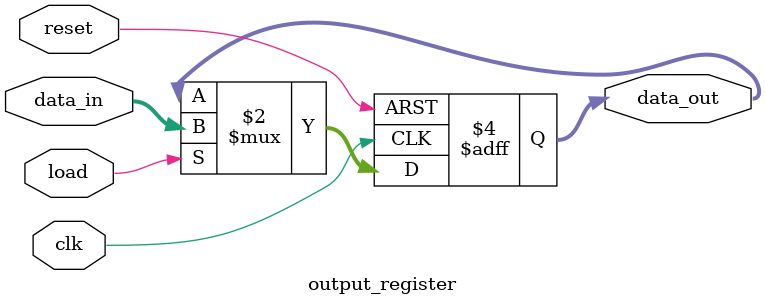
<source format=v>

module output_register (
    input wire clk,
    input wire reset,
    input wire load,
    input wire [7:0] data_in,
    output reg [7:0] data_out
);

    always @(posedge clk or posedge reset) begin
        if (reset)
            data_out <= 8'b0;  // Reset output register to 0
        else if (load)
            data_out <= data_in;  // Load new data into output register
    end
endmodule

</source>
